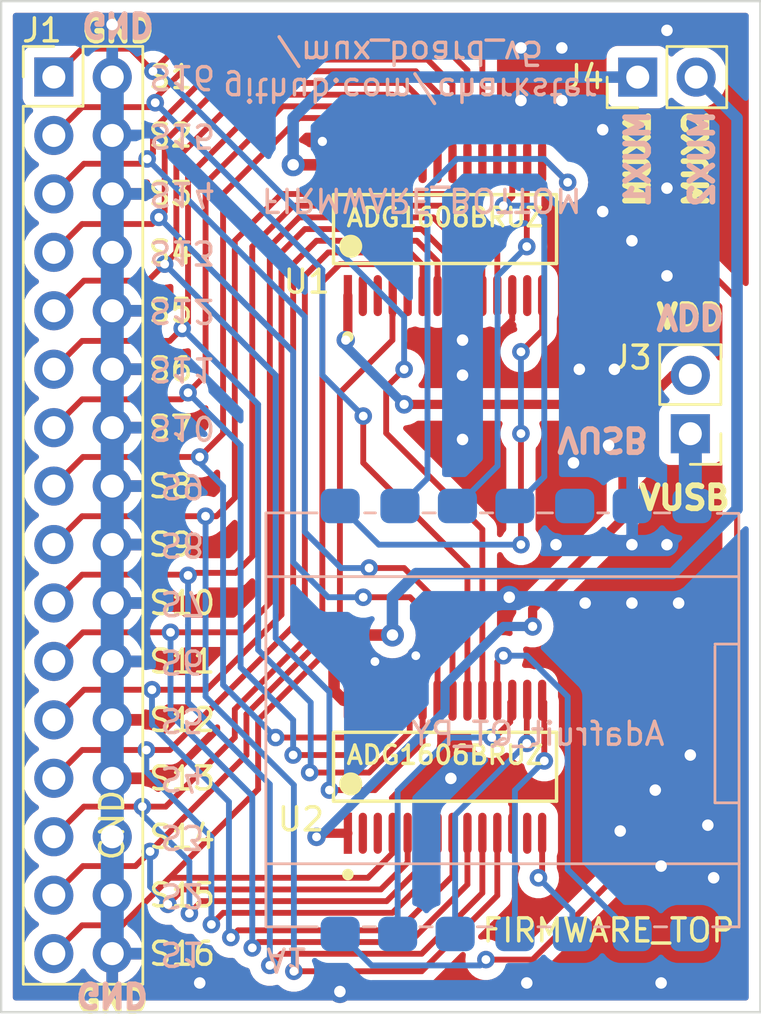
<source format=kicad_pcb>
(kicad_pcb (version 20211014) (generator pcbnew)
  (title_block (title "Mux Board") (rev "v01") (comment 2 "creativecommons.org/licenses/by/4.0") (comment 3 "License: CC BY 4.0") (comment 4 "Author: Chark Stanford"))
  (layers (0 "F.Cu" signal) (31 "B.Cu" signal) (34 "B.Paste" user) (35 "F.Paste" user) (36 "B.SilkS" user "B.Silkscreen") (37 "F.SilkS" user "F.Silkscreen") (38 "B.Mask" user) (39 "F.Mask" user) (44 "Edge.Cuts" user))
  (net 0 "")
  (net 8 "GND")
  (net 9 "/VUSB")
  (net 10 "/VDD")
  (net 11 "/S9")
  (net 12 "/S8")
  (net 13 "/S7")
  (net 14 "/S6")
  (net 15 "/S5")
  (net 16 "/S4")
  (net 17 "/S3")
  (net 18 "/S2")
  (net 19 "/S16")
  (net 20 "/S15")
  (net 21 "/S14")
  (net 22 "/S13")
  (net 23 "/S12")
  (net 24 "/S11")
  (net 25 "/S10")
  (net 26 "/S1")
  (net 27 "/MUX2_SEL3")
  (net 28 "/MUX2_SEL2")
  (net 29 "/MUX2_SEL1")
  (net 30 "/MUX2_SEL0")
  (net 31 "/MUX2_OUT")
  (net 32 "/MUX2_EN")
  (net 33 "/MUX1_SEL3")
  (net 34 "/MUX1_SEL2")
  (net 35 "/MUX1_SEL1")
  (net 36 "/MUX1_SEL0")
  (net 37 "/MUX1_OUT")
  (net 38 "/MUX1_EN")
  (net 39 "+3V3")
  (footprint "mux_board_v2:PinHeader_1x02_P2.54mm_Vertical" (layer "F.Cu") (at 138.938 70.612 90)
    (fp_text reference "J4")
    (fp_text value "Conn_01x02_Male" hide)
  )
  (footprint "mux_board_v2:Analog_Devices-RU-28-0-0-IPC_A" (layer "F.Cu") (at 130.556 100.584 90)
    (fp_text reference "U2")
    (fp_text value "ADG1606BRUZ")
  )
  (footprint "mux_board_v2:Analog_Devices-RU-28-0-0-IPC_A" (layer "F.Cu") (at 130.556 77.216 90)
    (fp_text reference "U1")
    (fp_text value "ADG1606BRUZ")
  )
  (footprint "mux_board_v2:PinHeader_1x02_P2.54mm_Vertical" (layer "F.Cu") (at 141.224 86.111 180)
    (fp_text reference "J3")
    (fp_text value "Conn_01x02_Male" hide)
  )
  (footprint "Connector_PinHeader_2.54mm:PinHeader_2x16_P2.54mm_Vertical" (layer "F.Cu") (at 113.543 70.607)
    (fp_text reference "J1")
    (fp_text value "Conn_02x16_Odd_Even")
  )
  (footprint "mux_board_v4:Adafruit_QT_PY_SMT" (layer "B.Cu") (at 130.696 96.152 180)
    (fp_text reference "A1")
    (fp_text value "Adafruit_QT_PY")
  )
  (gr_line (start 144.272 67.31) (end 144.272 111.252) (layer "Edge.Cuts") (width 0.1))
  (gr_line (start 111.252 111.252) (end 111.252 67.31) (layer "Edge.Cuts") (width 0.1))
  (gr_line (start 144.272 111.252) (end 111.252 111.252) (layer "Edge.Cuts") (width 0.1))
  (gr_line (start 111.252 67.31) (end 144.272 67.31) (layer "Edge.Cuts") (width 0.1))
  (gr_text "S11\n" (at 119.126 83.312 180) (layer "B.SilkS") (effects (font (size 1 1)) (justify mirror)))
  (gr_text "S2\n" (at 119.126 106.172 180) (layer "B.SilkS") (effects (font (size 1 1)) (justify mirror)))
  (gr_text "S1\n" (at 119.126 108.712 180) (layer "B.SilkS") (effects (font (size 1 1)) (justify mirror)))
  (gr_text "VUSB" (at 137.414 86.36 180) (layer "B.SilkS") (effects (font (size 1 1) (thickness 0.25)) (justify mirror)))
  (gr_text "S14\n" (at 119.126 75.692 180) (layer "B.SilkS") (effects (font (size 1 1)) (justify mirror)))
  (gr_text "S15\n" (at 119.126 73.152 180) (layer "B.SilkS") (effects (font (size 1 1)) (justify mirror)))
  (gr_text "github.com/charkster\n/mux_board_v5" (at 129.032 70.358 -180) (layer "B.SilkS") (effects (font (size 1 1)) (justify mirror)))
  (gr_text "S9\n" (at 119.126 88.392 180) (layer "B.SilkS") (effects (font (size 1 1)) (justify mirror)))
  (gr_text "S3\n" (at 119.126 103.632 180) (layer "B.SilkS") (effects (font (size 1 1)) (justify mirror)))
  (gr_text "MUX1" (at 138.938 74.168 90) (layer "B.SilkS") (effects (font (size 1 1) (thickness 0.25)) (justify mirror)))
  (gr_text "GND" (at 116.078 110.49 180) (layer "B.SilkS") (effects (font (size 1 1) (thickness 0.25)) (justify mirror)))
  (gr_text "S10\n" (at 119.126 85.852 180) (layer "B.SilkS") (effects (font (size 1 1)) (justify mirror)))
  (gr_text "S4\n" (at 119.126 101.092 180) (layer "B.SilkS") (effects (font (size 1 1)) (justify mirror)))
  (gr_text "VDD" (at 141.224 81.026 180) (layer "B.SilkS") (effects (font (size 1 1) (thickness 0.25)) (justify mirror)))
  (gr_text "MUX2" (at 141.732 74.168 90) (layer "B.SilkS") (effects (font (size 1 1) (thickness 0.25)) (justify mirror)))
  (gr_text "S5\n" (at 119.126 98.552 180) (layer "B.SilkS") (effects (font (size 1 1)) (justify mirror)))
  (gr_text "FIRMWARE_BOTTOM" (at 129.54 75.946 180) (layer "B.SilkS") (effects (font (size 1 1)) (justify mirror)))
  (gr_text "S12\n" (at 119.126 80.772 180) (layer "B.SilkS") (effects (font (size 1 1)) (justify mirror)))
  (gr_text "S16\n" (at 119.126 70.612 180) (layer "B.SilkS") (effects (font (size 1 1)) (justify mirror)))
  (gr_text "GND" (at 116.332 68.326 180) (layer "B.SilkS") (effects (font (size 1 1) (thickness 0.25)) (justify mirror)))
  (gr_text "S13\n" (at 119.126 78.232 180) (layer "B.SilkS") (effects (font (size 1 1)) (justify mirror)))
  (gr_text "S8\n" (at 119.126 90.932 180) (layer "B.SilkS") (effects (font (size 1 1)) (justify mirror)))
  (gr_text "S7\n" (at 119.126 93.472 180) (layer "B.SilkS") (effects (font (size 1 1)) (justify mirror)))
  (gr_text "S6\n" (at 119.126 96.012 180) (layer "B.SilkS") (effects (font (size 1 1)) (justify mirror)))
  (gr_text "MUX2" (at 141.478 74.168 -270) (layer "F.SilkS") (effects (font (size 1 1) (thickness 0.25))))
  (gr_text "S5" (at 118.618 80.772) (layer "F.SilkS") (effects (font (size 1 1))))
  (gr_text "S1" (at 118.618 70.612) (layer "F.SilkS") (effects (font (size 1 1))))
  (gr_text "S4" (at 118.618 78.232) (layer "F.SilkS") (effects (font (size 1 1))))
  (gr_text "MUX1" (at 138.938 74.168 -270) (layer "F.SilkS") (effects (font (size 1 1) (thickness 0.25))))
  (gr_text "S7" (at 118.618 85.852) (layer "F.SilkS") (effects (font (size 1 1))))
  (gr_text "S16" (at 119.126 108.712) (layer "F.SilkS") (effects (font (size 1 1))))
  (gr_text "S14" (at 119.126 103.632) (layer "F.SilkS") (effects (font (size 1 1))))
  (gr_text "S13" (at 119.126 101.092) (layer "F.SilkS") (effects (font (size 1 1))))
  (gr_text "GND" (at 116.078 103.124 -270) (layer "F.SilkS") (effects (font (size 1 1))))
  (gr_text "S12" (at 119.126 98.552) (layer "F.SilkS") (effects (font (size 1 1))))
  (gr_text "S3" (at 118.618 75.692) (layer "F.SilkS") (effects (font (size 1 1))))
  (gr_text "S11" (at 119.126 96.012) (layer "F.SilkS") (effects (font (size 1 1))))
  (gr_text "VDD" (at 141.224 81.026) (layer "F.SilkS") (effects (font (size 1 1) (thickness 0.25))))
  (gr_text "S9" (at 118.618 90.932) (layer "F.SilkS") (effects (font (size 1 1))))
  (gr_text "S6" (at 118.618 83.312) (layer "F.SilkS") (effects (font (size 1 1))))
  (gr_text "S8" (at 118.618 88.392) (layer "F.SilkS") (effects (font (size 1 1))))
  (gr_text "VUSB" (at 140.97 88.9) (layer "F.SilkS") (effects (font (size 1 1) (thickness 0.25))))
  (gr_text "S2" (at 118.618 73.152) (layer "F.SilkS") (effects (font (size 1 1))))
  (gr_text "S15" (at 119.126 106.172) (layer "F.SilkS") (effects (font (size 1 1))))
  (gr_text "GND" (at 116.078 110.744) (layer "F.SilkS") (effects (font (size 1 1) (thickness 0.25))))
  (gr_text "FIRMWARE_TOP" (at 137.668 107.696) (layer "F.SilkS") (effects (font (size 1 1))))
  (gr_text "GND" (at 116.332 68.58) (layer "F.SilkS") (effects (font (size 1 1) (thickness 0.25))))
  (gr_text "S10" (at 119.126 93.472) (layer "F.SilkS") (effects (font (size 1 1))))
  (segment (start 136.398 101.6) (end 133.858 101.6) (width 0.254) (layer "F.Cu") (net 8))
  (segment (start 125.364895 73.027125) (end 126.875125 73.027125) (width 0.3) (layer "F.Cu") (net 8))
  (segment (start 126.981 96.539) (end 127.508 96.012) (width 0.254) (layer "F.Cu") (net 8))
  (segment (start 125.222 73.406) (end 125.222 73.17002) (width 0.254) (layer "F.Cu") (net 8))
  (segment (start 125.222 73.17002) (end 125.364895 73.027125) (width 0.3) (layer "F.Cu") (net 8))
  (segment (start 126.981 97.692785) (end 126.981 96.539) (width 0.254) (layer "F.Cu") (net 8))
  (segment (start 138.176 103.378) (end 136.398 101.6) (width 0.254) (layer "F.Cu") (net 8))
  (segment (start 126.981 73.133) (end 126.981 74.324785) (width 0.3) (layer "F.Cu") (net 8))
  (segment (start 131.318 83.566) (end 131.318 83.312) (width 0.254) (layer "F.Cu") (net 8))
  (segment (start 131.318 83.312) (end 133.481 81.149) (width 0.254) (layer "F.Cu") (net 8))
  (segment (start 133.858 101.6) (end 133.481 101.977) (width 0.254) (layer "F.Cu") (net 8))
  (segment (start 126.875125 73.027125) (end 126.981 73.133) (width 0.3) (layer "F.Cu") (net 8))
  (segment (start 133.481 81.149) (end 133.481 80.107214) (width 0.254) (layer "F.Cu") (net 8))
  (segment (start 133.481 101.977) (end 133.481 103.475214) (width 0.254) (layer "F.Cu") (net 8))
  (via (at 141.986 103.124) (size 1) (drill 0.5) (layers "F.Cu" "B.Cu") (net 8))
  (via (at 135.636 69.342) (size 1) (drill 0.5) (layers "F.Cu" "B.Cu") (net 8))
  (via (at 138.176 103.378) (size 1) (drill 0.5) (layers "F.Cu" "B.Cu") (net 8))
  (via (at 131.318 83.566) (size 1) (drill 0.5) (layers "F.Cu" "B.Cu") (net 8))
  (via (at 127.508 96.012) (size 0.762) (drill 0.381) (layers "F.Cu" "B.Cu") (net 8))
  (via (at 137.414 72.898) (size 1) (drill 0.5) (layers "F.Cu" "B.Cu") (net 8))
  (via (at 140.208 79.248) (size 1) (drill 0.5) (layers "F.Cu" "B.Cu") (net 8))
  (via (at 140.208 75.438) (size 1) (drill 0.5) (layers "F.Cu" "B.Cu") (net 8))
  (via (at 133.35 93.218) (size 1) (drill 0.5) (layers "F.Cu" "B.Cu") (net 8))
  (via (at 139.7 101.6) (size 1) (drill 0.5) (layers "F.Cu" "B.Cu") (net 8))
  (via (at 137.668 86.614) (size 1) (drill 0.5) (layers "F.Cu" "B.Cu") (net 8))
  (via (at 140.208 68.58) (size 1) (drill 0.5) (layers "F.Cu" "B.Cu") (net 8))
  (via (at 131.318 82.042) (size 1) (drill 0.5) (layers "F.Cu" "B.Cu") (net 8))
  (via (at 137.414 76.454) (size 1) (drill 0.5) (layers "F.Cu" "B.Cu") (net 8))
  (via (at 141.224 100.076) (size 1) (drill 0.5) (layers "F.Cu" "B.Cu") (net 8))
  (via (at 138.684 90.932) (size 1) (drill 0.5) (layers "F.Cu" "B.Cu") (net 8))
  (via (at 138.684 77.724) (size 1) (drill 0.5) (layers "F.Cu" "B.Cu") (net 8))
  (via (at 131.318 86.36) (size 1) (drill 0.5) (layers "F.Cu" "B.Cu") (net 8))
  (via (at 142.24 105.41) (size 1) (drill 0.5) (layers "F.Cu" "B.Cu") (net 8))
  (via (at 125.984 110.354) (size 1) (drill 0.5) (layers "F.Cu" "B.Cu") (net 8))
  (via (at 138.684 93.472) (size 1) (drill 0.5) (layers "F.Cu" "B.Cu") (net 8))
  (via (at 130.81 101.092) (size 1) (drill 0.5) (layers "F.Cu" "B.Cu") (net 8))
  (via (at 136.652 93.472) (size 1) (drill 0.5) (layers "F.Cu" "B.Cu") (net 8))
  (via (at 136.144 87.376) (size 1) (drill 0.5) (layers "F.Cu" "B.Cu") (net 8))
  (via (at 139.954 109.982) (size 1) (drill 0.5) (layers "F.Cu" "B.Cu") (net 8))
  (via (at 119.888 109.982) (size 1) (drill 0.5) (layers "F.Cu" "B.Cu") (net 8))
  (via (at 136.398 83.312) (size 1) (drill 0.5) (layers "F.Cu" "B.Cu") (net 8))
  (via (at 135.636 71.628) (size 1) (drill 0.5) (layers "F.Cu" "B.Cu") (net 8))
  (via (at 135.382 90.932) (size 1) (drill 0.5) (layers "F.Cu" "B.Cu") (net 8))
  (via (at 140.208 90.932) (size 1) (drill 0.5) (layers "F.Cu" "B.Cu") (net 8))
  (via (at 133.858 71.628) (size 1) (drill 0.5) (layers "F.Cu" "B.Cu") (net 8))
  (via (at 133.858 69.342) (size 1) (drill 0.5) (layers "F.Cu" "B.Cu") (net 8))
  (via (at 139.954 104.902) (size 1) (drill 0.5) (layers "F.Cu" "B.Cu") (net 8))
  (via (at 116.078 68.326) (size 1) (drill 0.5) (layers "F.Cu" "B.Cu") (net 8))
  (via (at 134.112 109.982) (size 1) (drill 0.5) (layers "F.Cu" "B.Cu") (net 8))
  (via (at 140.716 93.472) (size 1) (drill 0.5) (layers "F.Cu" "B.Cu") (net 8))
  (via (at 129.286 95.758) (size 0.762) (drill 0.381) (layers "F.Cu" "B.Cu") (net 8))
  (via (at 137.922 83.312) (size 1) (drill 0.5) (layers "F.Cu" "B.Cu") (net 8))
  (via (at 125.222 73.406) (size 0.8) (drill 0.4) (layers "F.Cu" "B.Cu") (net 8))
  (segment (start 116.083 73.147) (end 116.083 75.687) (width 1) (layer "B.Cu") (net 8))
  (segment (start 116.083 98.547) (end 116.083 101.087) (width 1) (layer "B.Cu") (net 8))
  (segment (start 116.083 106.167) (end 116.083 108.707) (width 1) (layer "B.Cu") (net 8))
  (segment (start 116.083 85.847) (end 116.083 88.387) (width 1) (layer "B.Cu") (net 8))
  (segment (start 116.083 101.087) (end 116.083 103.627) (width 1) (layer "B.Cu") (net 8))
  (segment (start 116.083 90.927) (end 116.083 93.467) (width 1) (layer "B.Cu") (net 8))
  (segment (start 116.083 70.607) (end 116.083 73.147) (width 1) (layer "B.Cu") (net 8))
  (segment (start 116.083 78.227) (end 116.083 80.767) (width 1) (layer "B.Cu") (net 8))
  (segment (start 116.083 80.767) (end 116.083 83.307) (width 1) (layer "B.Cu") (net 8))
  (segment (start 116.083 96.007) (end 116.083 98.547) (width 1) (layer "B.Cu") (net 8))
  (segment (start 116.083 75.687) (end 116.083 78.227) (width 1) (layer "B.Cu") (net 8))
  (segment (start 116.083 88.387) (end 116.083 90.927) (width 1) (layer "B.Cu") (net 8))
  (segment (start 116.083 103.627) (end 116.083 106.167) (width 1) (layer "B.Cu") (net 8))
  (segment (start 116.083 93.467) (end 116.083 96.007) (width 1) (layer "B.Cu") (net 8))
  (segment (start 116.083 83.307) (end 116.083 85.847) (width 1) (layer "B.Cu") (net 8))
  (segment (start 141.224 89.18) (end 141.224 86.111) (width 1) (layer "B.Cu") (net 9))
  (segment (start 141.296 89.252) (end 141.224 89.18) (width 0.254) (layer "B.Cu") (net 9))
  (segment (start 134.366 94.488) (end 134.366 93.726) (width 0.4) (layer "F.Cu") (net 10))
  (segment (start 140.457 83.571) (end 141.224 83.571) (width 0.4) (layer "F.Cu") (net 10))
  (segment (start 125.124786 103.475214) (end 126.331 103.475214) (width 0.4) (layer "F.Cu") (net 10))
  (segment (start 138.294511 88.019489) (end 139.192 87.122) (width 0.4) (layer "F.Cu") (net 10))
  (segment (start 126.238 82.042) (end 126.331 81.949) (width 0.4) (layer "F.Cu") (net 10))
  (segment (start 138.294511 89.797489) (end 138.294511 88.019489) (width 0.4) (layer "F.Cu") (net 10))
  (segment (start 134.366 93.726) (end 138.294511 89.797489) (width 0.4) (layer "F.Cu") (net 10))
  (segment (start 139.192 84.836) (end 140.457 83.571) (width 0.4) (layer "F.Cu") (net 10))
  (segment (start 128.778 84.836) (end 139.192 84.836) (width 0.4) (layer "F.Cu") (net 10))
  (segment (start 126.331 81.949) (end 126.331 80.107214) (width 0.4) (layer "F.Cu") (net 10))
  (segment (start 124.968 103.632) (end 125.124786 103.475214) (width 0.4) (layer "F.Cu") (net 10))
  (segment (start 139.192 87.122) (end 139.192 84.836) (width 0.4) (layer "F.Cu") (net 10))
  (via (at 128.778 84.836) (size 0.8) (drill 0.4) (layers "F.Cu" "B.Cu") (net 10))
  (via (at 124.968 103.632) (size 0.8) (drill 0.381) (layers "F.Cu" "B.Cu") (net 10))
  (via (at 134.366 94.488) (size 0.8) (drill 0.4) (layers "F.Cu" "B.Cu") (net 10))
  (via (at 126.238 82.042) (size 0.8) (drill 0.4) (layers "F.Cu" "B.Cu") (net 10))
  (segment (start 134.366 94.488) (end 133.096 94.488) (width 0.4) (layer "B.Cu") (net 10))
  (segment (start 128.778 84.836) (end 126.238 82.296) (width 0.4) (layer "B.Cu") (net 10))
  (segment (start 130.556 98.171) (end 125.095 103.632) (width 0.4) (layer "B.Cu") (net 10))
  (segment (start 133.096 94.488) (end 130.556 97.028) (width 0.4) (layer "B.Cu") (net 10))
  (segment (start 130.556 97.028) (end 130.556 98.171) (width 0.4) (layer "B.Cu") (net 10))
  (segment (start 125.095 103.632) (end 124.968 103.632) (width 0.4) (layer "B.Cu") (net 10))
  (segment (start 126.238 82.296) (end 126.238 82.042) (width 0.4) (layer "B.Cu") (net 10))
  (segment (start 120.615511 89.696489) (end 121.412 88.9) (width 0.254) (layer "F.Cu") (net 11))
  (segment (start 114.773511 89.696489) (end 113.543 90.927) (width 0.254) (layer "F.Cu") (net 11))
  (segment (start 132.831 77.459) (end 132.831 80.107214) (width 0.254) (layer "F.Cu") (net 11))
  (segment (start 131.064 75.692) (end 132.831 77.459) (width 0.254) (layer "F.Cu") (net 11))
  (segment (start 132.831 106.183) (end 132.831 103.475214) (width 0.254) (layer "F.Cu") (net 11))
  (segment (start 120.142 89.696489) (end 114.773511 89.696489) (width 0.254) (layer "F.Cu") (net 11))
  (segment (start 121.412 77.724) (end 123.444 75.692) (width 0.254) (layer "F.Cu") (net 11))
  (segment (start 121.412 88.9) (end 121.412 77.724) (width 0.254) (layer "F.Cu") (net 11))
  (segment (start 129.5405 109.4735) (end 132.831 106.183) (width 0.254) (layer "F.Cu") (net 11))
  (segment (start 120.142 89.696489) (end 120.615511 89.696489) (width 0.254) (layer "F.Cu") (net 11))
  (segment (start 123.444 75.692) (end 131.064 75.692) (width 0.254) (layer "F.Cu") (net 11))
  (segment (start 123.982545 109.4735) (end 129.5405 109.4735) (width 0.254) (layer "F.Cu") (net 11))
  (via (at 123.982545 109.4735) (size 0.762) (drill 0.381) (layers "F.Cu" "B.Cu") (net 11))
  (via (at 120.142 89.696489) (size 0.762) (drill 0.381) (layers "F.Cu" "B.Cu") (net 11))
  (segment (start 123.982545 109.4735) (end 123.981756 109.472711) (width 0.254) (layer "B.Cu") (net 11))
  (segment (start 123.981756 109.472711) (end 123.981756 101.375756) (width 0.254) (layer "B.Cu") (net 11))
  (segment (start 123.981756 101.375756) (end 120.142 97.536) (width 0.254) (layer "B.Cu") (net 11))
  (segment (start 120.142 97.536) (end 120.142 89.696489) (width 0.254) (layer "B.Cu") (net 11))
  (segment (start 127.631 72.744871) (end 127.631 74.324785) (width 0.254) (layer "F.Cu") (net 12))
  (segment (start 120.904 75.692) (end 124.20648 72.38952) (width 0.254) (layer "F.Cu") (net 12))
  (segment (start 127.275649 72.38952) (end 127.631 72.744871) (width 0.254) (layer "F.Cu") (net 12))
  (segment (start 127.631 98.549622) (end 127.631 97.692785) (width 0.254) (layer "F.Cu") (net 12))
  (segment (start 124.20648 72.38952) (end 127.275649 72.38952) (width 0.254) (layer "F.Cu") (net 12))
  (segment (start 119.888 87.122) (end 114.808 87.122) (width 0.254) (layer "F.Cu") (net 12))
  (segment (start 126.866622 99.314) (end 127.631 98.549622) (width 0.254) (layer "F.Cu") (net 12))
  (segment (start 120.904 86.106) (end 120.904 75.692) (width 0.254) (layer "F.Cu") (net 12))
  (segment (start 114.808 87.122) (end 113.543 88.387) (width 0.254) (layer "F.Cu") (net 12))
  (segment (start 123.19 99.314) (end 126.866622 99.314) (width 0.254) (layer "F.Cu") (net 12))
  (segment (start 119.888 87.122) (end 120.904 86.106) (width 0.254) (layer "F.Cu") (net 12))
  (via (at 123.19 99.314) (size 0.762) (drill 0.381) (layers "F.Cu" "B.Cu") (net 12))
  (via (at 119.888 87.122) (size 0.762) (drill 0.381) (layers "F.Cu" "B.Cu") (net 12))
  (segment (start 119.888 87.376) (end 119.888 87.122) (width 0.254) (layer "B.Cu") (net 12))
  (segment (start 120.904 88.392) (end 119.888 87.376) (width 0.254) (layer "B.Cu") (net 12))
  (segment (start 123.19 99.314) (end 120.904 97.028) (width 0.254) (layer "B.Cu") (net 12))
  (segment (start 120.904 97.028) (end 120.904 88.392) (width 0.254) (layer "B.Cu") (net 12))
  (segment (start 114.773511 84.616489) (end 119.091511 84.616489) (width 0.254) (layer "F.Cu") (net 13))
  (segment (start 128.281 72.401) (end 128.281 74.324785) (width 0.254) (layer "F.Cu") (net 13))
  (segment (start 128.27 98.806) (end 127.0005 100.0755) (width 0.254) (layer "F.Cu") (net 13))
  (segment (start 127.762 71.882) (end 128.281 72.401) (width 0.254) (layer "F.Cu") (net 13))
  (segment (start 119.38 84.328) (end 120.142 83.566) (width 0.254) (layer "F.Cu") (net 13))
  (segment (start 128.27 98.560622) (end 128.27 98.806) (width 0.254) (layer "F.Cu") (net 13))
  (segment (start 128.281 97.692785) (end 128.281 98.549622) (width 0.254) (layer "F.Cu") (net 13))
  (segment (start 120.142 83.566) (end 120.142 75.228259) (width 0.254) (layer "F.Cu") (net 13))
  (segment (start 123.488259 71.882) (end 127.762 71.882) (width 0.254) (layer "F.Cu") (net 13))
  (segment (start 113.543 85.847) (end 114.773511 84.616489) (width 0.254) (layer "F.Cu") (net 13))
  (segment (start 128.281 98.549622) (end 128.27 98.560622) (width 0.254) (layer "F.Cu") (net 13))
  (segment (start 119.091511 84.616489) (end 119.38 84.328) (width 0.254) (layer "F.Cu") (net 13))
  (segment (start 127.0005 100.0755) (end 123.952 100.0755) (width 0.254) (layer "F.Cu") (net 13))
  (segment (start 120.142 75.228259) (end 123.488259 71.882) (width 0.254) (layer "F.Cu") (net 13))
  (via (at 123.952 100.0755) (size 0.762) (drill 0.381) (layers "F.Cu" "B.Cu") (net 13))
  (via (at 119.38 84.328) (size 0.762) (drill 0.381) (layers "F.Cu" "B.Cu") (net 13))
  (segment (start 121.666 86.614) (end 119.38 84.328) (width 0.254) (layer "B.Cu") (net 13))
  (segment (start 123.952 98.552) (end 121.666 96.266) (width 0.254) (layer "B.Cu") (net 13))
  (segment (start 123.952 100.0755) (end 123.952 98.552) (width 0.254) (layer "B.Cu") (net 13))
  (segment (start 121.666 96.266) (end 121.666 86.614) (width 0.254) (layer "B.Cu") (net 13))
  (segment (start 113.543 83.307) (end 114.773511 82.076489) (width 0.254) (layer "F.Cu") (net 14))
  (segment (start 128.931 72.035) (end 128.931 74.324785) (width 0.254) (layer "F.Cu") (net 14))
  (segment (start 119.38 74.93) (end 122.936 71.374) (width 0.254) (layer "F.Cu") (net 14))
  (segment (start 129.02048 97.77848) (end 129.02048 99.07152) (width 0.254) (layer "F.Cu") (net 14))
  (segment (start 119.126 81.534) (end 119.38 81.28) (width 0.254) (layer "F.Cu") (net 14))
  (segment (start 128.27 71.374) (end 128.931 72.035) (width 0.254) (layer "F.Cu") (net 14))
  (segment (start 127.255 100.837) (end 124.669735 100.837) (width 0.254) (layer "F.Cu") (net 14))
  (segment (start 118.583511 82.076489) (end 119.126 81.534) (width 0.254) (layer "F.Cu") (net 14))
  (segment (start 114.773511 82.076489) (end 118.583511 82.076489) (width 0.254) (layer "F.Cu") (net 14))
  (segment (start 128.931 97.692785) (end 128.934785 97.692785) (width 0.254) (layer "F.Cu") (net 14))
  (segment (start 128.934785 97.692785) (end 129.02048 97.77848) (width 0.254) (layer "F.Cu") (net 14))
  (segment (start 127.762 100.33) (end 127.255 100.837) (width 0.254) (layer "F.Cu") (net 14))
  (segment (start 129.02048 99.07152) (end 127.762 100.33) (width 0.254) (layer "F.Cu") (net 14))
  (segment (start 122.936 71.374) (end 128.27 71.374) (width 0.254) (layer "F.Cu") (net 14))
  (segment (start 119.38 81.28) (end 119.38 74.93) (width 0.254) (layer "F.Cu") (net 14))
  (via (at 119.126 81.534) (size 0.762) (drill 0.381) (layers "F.Cu" "B.Cu") (net 14))
  (via (at 124.669735 100.837) (size 0.762) (drill 0.381) (layers "F.Cu" "B.Cu") (net 14))
  (segment (start 124.669735 100.837) (end 124.713511 100.793224) (width 0.254) (layer "B.Cu") (net 14))
  (segment (start 124.713511 100.793224) (end 124.713511 97.789511) (width 0.254) (layer "B.Cu") (net 14))
  (segment (start 122.428 84.836) (end 119.126 81.534) (width 0.254) (layer "B.Cu") (net 14))
  (segment (start 124.713511 97.789511) (end 122.428 95.504) (width 0.254) (layer "B.Cu") (net 14))
  (segment (start 122.428 95.504) (end 122.428 84.836) (width 0.254) (layer "B.Cu") (net 14))
  (segment (start 129.286 99.822) (end 127.5095 101.5985) (width 0.254) (layer "F.Cu") (net 15))
  (segment (start 118.364 78.74) (end 118.872 78.232) (width 0.254) (layer "F.Cu") (net 15))
  (segment (start 129.581 71.669) (end 129.581 74.324785) (width 0.254) (layer "F.Cu") (net 15))
  (segment (start 117.646489 79.457511) (end 118.364 78.74) (width 0.254) (layer "F.Cu") (net 15))
  (segment (start 118.872 74.168) (end 122.174 70.866) (width 0.254) (layer "F.Cu") (net 15))
  (segment (start 129.581 99.527) (end 129.286 99.822) (width 0.254) (layer "F.Cu") (net 15))
  (segment (start 113.543 80.767) (end 114.852489 79.457511) (width 0.254) (layer "F.Cu") (net 15))
  (segment (start 129.581 97.692785) (end 129.581 99.527) (width 0.254) (layer "F.Cu") (net 15))
  (segment (start 128.778 70.866) (end 129.581 71.669) (width 0.254) (layer "F.Cu") (net 15))
  (segment (start 118.872 78.232) (end 118.872 74.168) (width 0.254) (layer "F.Cu") (net 15))
  (segment (start 122.174 70.866) (end 128.778 70.866) (width 0.254) (layer "F.Cu") (net 15))
  (segment (start 127.5095 101.5985) (end 125.528437 101.5985) (width 0.254) (layer "F.Cu") (net 15))
  (segment (start 114.852489 79.457511) (end 117.646489 79.457511) (width 0.254) (layer "F.Cu") (net 15))
  (via (at 125.528437 101.5985) (size 0.762) (drill 0.381) (layers "F.Cu" "B.Cu") (net 15))
  (via (at 118.364 78.74) (size 0.762) (drill 0.381) (layers "F.Cu" "B.Cu") (net 15))
  (segment (start 125.528437 101.5985) (end 125.528437 97.334437) (width 0.254) (layer "B.Cu") (net 15))
  (segment (start 123.19 94.996) (end 123.19 83.566) (width 0.254) (layer "B.Cu") (net 15))
  (segment (start 125.528437 97.334437) (end 123.19 94.996) (width 0.254) (layer "B.Cu") (net 15))
  (segment (start 123.19 83.566) (end 118.364 78.74) (width 0.254) (layer "B.Cu") (net 15))
  (segment (start 127 93.218) (end 129.032 93.218) (width 0.254) (layer "F.Cu") (net 16))
  (segment (start 130.231 71.303) (end 130.231 74.324785) (width 0.254) (layer "F.Cu") (net 16))
  (segment (start 130.231 94.417) (end 130.231 97.692785) (width 0.254) (layer "F.Cu") (net 16))
  (segment (start 129.286 70.358) (end 130.231 71.303) (width 0.254) (layer "F.Cu") (net 16))
  (segment (start 113.543 78.227) (end 114.773511 76.996489) (width 0.254) (layer "F.Cu") (net 16))
  (segment (start 118.364 73.406) (end 121.412 70.358) (width 0.254) (layer "F.Cu") (net 16))
  (segment (start 118.364 76.454) (end 118.364 73.406) (width 0.254) (layer "F.Cu") (net 16))
  (segment (start 117.821511 76.996489) (end 118.364 76.454) (width 0.254) (layer "F.Cu") (net 16))
  (segment (start 121.412 70.358) (end 129.286 70.358) (width 0.254) (layer "F.Cu") (net 16))
  (segment (start 129.032 93.218) (end 130.231 94.417) (width 0.254) (layer "F.Cu") (net 16))
  (segment (start 114.773511 76.996489) (end 117.821511 76.996489) (width 0.254) (layer "F.Cu") (net 16))
  (via (at 127 93.218) (size 0.762) (drill 0.381) (layers "F.Cu" "B.Cu") (net 16))
  (via (at 118.1105 76.708) (size 0.762) (drill 0.381) (layers "F.Cu" "B.Cu") (net 16))
  (segment (start 123.95248 82.54998) (end 118.1105 76.708) (width 0.254) (layer "B.Cu") (net 16))
  (segment (start 127 93.218) (end 125.476 93.218) (width 0.254) (layer "B.Cu") (net 16))
  (segment (start 123.95248 91.69448) (end 123.95248 82.54998) (width 0.254) (layer "B.Cu") (net 16))
  (segment (start 125.476 93.218) (end 123.95248 91.69448) (width 0.254) (layer "B.Cu") (net 16))
  (segment (start 128.778 91.948) (end 130.881 94.051) (width 0.254) (layer "F.Cu") (net 17))
  (segment (start 117.85648 72.89752) (end 120.904 69.85) (width 0.254) (layer "F.Cu") (net 17))
  (segment (start 117.602 74.168) (end 117.85648 73.91352) (width 0.254) (layer "F.Cu") (net 17))
  (segment (start 113.543 75.687) (end 114.852489 74.377511) (width 0.254) (layer "F.Cu") (net 17))
  (segment (start 127.254 91.948) (end 128.778 91.948) (width 0.254) (layer "F.Cu") (net 17))
  (segment (start 130.881 70.937) (end 130.881 74.324785) (width 0.254) (layer "F.Cu") (net 17))
  (segment (start 130.881 94.051) (end 130.881 97.692785) (width 0.254) (layer "F.Cu") (net 17))
  (segment (start 129.794 69.85) (end 130.881 70.937) (width 0.254) (layer "F.Cu") (net 17))
  (segment (start 117.392489 74.377511) (end 117.602 74.168) (width 0.254) (layer "F.Cu") (net 17))
  (segment (start 120.904 69.85) (end 129.794 69.85) (width 0.254) (layer "F.Cu") (net 17))
  (segment (start 117.85648 73.91352) (end 117.85648 72.89752) (width 0.254) (layer "F.Cu") (net 17))
  (segment (start 114.852489 74.377511) (end 117.392489 74.377511) (width 0.254) (layer "F.Cu") (net 17))
  (via (at 117.602 74.168) (size 0.762) (drill 0.381) (layers "F.Cu" "B.Cu") (net 17))
  (via (at 127.254 91.948) (size 0.762) (drill 0.381) (layers "F.Cu" "B.Cu") (net 17))
  (segment (start 127.254 91.948) (end 126.030596 91.948) (width 0.254) (layer "B.Cu") (net 17))
  (segment (start 124.46 90.377404) (end 124.46 81.026) (width 0.254) (layer "B.Cu") (net 17))
  (segment (start 124.46 81.026) (end 117.602 74.168) (width 0.254) (layer "B.Cu") (net 17))
  (segment (start 126.030596 91.948) (end 124.46 90.377404) (width 0.254) (layer "B.Cu") (net 17))
  (segment (start 131.531 70.317) (end 131.531 74.324785) (width 0.254) (layer "F.Cu") (net 18))
  (segment (start 117.952538 71.724538) (end 117.952538 71.531462) (width 0.254) (layer "F.Cu") (net 18))
  (segment (start 120.142 69.342) (end 130.556 69.342) (width 0.254) (layer "F.Cu") (net 18))
  (segment (start 130.556 69.342) (end 131.531 70.317) (width 0.254) (layer "F.Cu") (net 18))
  (segment (start 117.952538 71.531462) (end 120.142 69.342) (width 0.254) (layer "F.Cu") (net 18))
  (segment (start 127 87.376) (end 131.531 91.907) (width 0.254) (layer "F.Cu") (net 18))
  (segment (start 127 85.344) (end 127 87.376) (width 0.254) (layer "F.Cu") (net 18))
  (segment (start 131.531 91.907) (end 131.531 97.692785) (width 0.254) (layer "F.Cu") (net 18))
  (segment (start 114.773511 71.916489) (end 113.543 73.147) (width 0.254) (layer "F.Cu") (net 18))
  (segment (start 117.760587 71.916489) (end 114.773511 71.916489) (width 0.254) (layer "F.Cu") (net 18))
  (segment (start 117.952538 71.724538) (end 117.760587 71.916489) (width 0.254) (layer "F.Cu") (net 18))
  (via (at 127 85.344) (size 0.762) (drill 0.381) (layers "F.Cu" "B.Cu") (net 18))
  (via (at 117.952538 71.724538) (size 0.762) (drill 0.381) (layers "F.Cu" "B.Cu") (net 18))
  (segment (start 127 85.344) (end 125.222 83.566) (width 0.254) (layer "B.Cu") (net 18))
  (segment (start 125.222 78.994) (end 117.952538 71.724538) (width 0.254) (layer "B.Cu") (net 18))
  (segment (start 125.222 83.566) (end 125.222 78.994) (width 0.254) (layer "B.Cu") (net 18))
  (segment (start 116.513717 107.476489) (end 116.297511 107.476489) (width 0.254) (layer "F.Cu") (net 19))
  (segment (start 114.773511 107.476489) (end 113.543 108.707) (width 0.254) (layer "F.Cu") (net 19))
  (segment (start 116.297511 107.476489) (end 114.773511 107.476489) (width 0.254) (layer "F.Cu") (net 19))
  (segment (start 128.281 104.332051) (end 127.203051 105.41) (width 0.254) (layer "F.Cu") (net 19))
  (segment (start 122.428 98.552) (end 122.428 101.562206) (width 0.254) (layer "F.Cu") (net 19))
  (segment (start 128.281 80.107214) (end 128.281 80.964051) (width 0.254) (layer "F.Cu") (net 19))
  (segment (start 125.984489 84.327511) (end 125.984489 94.995511) (width 0.254) (layer "F.Cu") (net 19))
  (segment (start 128.27 80.975051) (end 128.27 82.042) (width 0.254) (layer "F.Cu") (net 19))
  (segment (start 122.428 101.562206) (end 116.513717 107.476489) (width 0.254) (layer "F.Cu") (net 19))
  (segment (start 128.27 82.042) (end 125.984489 84.327511) (width 0.254) (layer "F.Cu") (net 19))
  (segment (start 127.203051 105.41) (end 118.580206 105.41) (width 0.254) (layer "F.Cu") (net 19))
  (segment (start 128.281 80.964051) (end 128.27 80.975051) (width 0.254) (layer "F.Cu") (net 19))
  (segment (start 128.281 103.475214) (end 128.281 104.332051) (width 0.254) (layer "F.Cu") (net 19))
  (segment (start 118.580206 105.41) (end 116.513717 107.476489) (width 0.254) (layer "F.Cu") (net 19))
  (segment (start 125.984489 94.995511) (end 122.428 98.552) (width 0.254) (layer "F.Cu") (net 19))
  (segment (start 128.931 80.107214) (end 128.931 78.893) (width 0.254) (layer "F.Cu") (net 20))
  (segment (start 125.222 79.502) (end 125.222 94.996) (width 0.254) (layer "F.Cu") (net 20))
  (segment (start 125.984 78.74) (end 125.222 79.502) (width 0.254) (layer "F.Cu") (net 20))
  (segment (start 117.729 104.267) (end 117.094 104.902) (width 0.254) (layer "F.Cu") (net 20))
  (segment (start 128.931 104.749) (end 128.931 103.475214) (width 0.254) (layer "F.Cu") (net 20))
  (segment (start 125.222 94.996) (end 121.92 98.298) (width 0.254) (layer "F.Cu") (net 20))
  (segment (start 128.778 78.74) (end 125.984 78.74) (width 0.254) (layer "F.Cu") (net 20))
  (segment (start 114.808 104.902) (end 113.543 106.167) (width 0.254) (layer "F.Cu") (net 20))
  (segment (start 121.92 100.076) (end 117.729 104.267) (width 0.254) (layer "F.Cu") (net 20))
  (segment (start 119.14913 105.918) (end 127.762 105.918) (width 0.254) (layer "F.Cu") (net 20))
  (segment (start 121.92 98.298) (end 121.92 100.076) (width 0.254) (layer "F.Cu") (net 20))
  (segment (start 127.762 105.918) (end 128.931 104.749) (width 0.254) (layer "F.Cu") (net 20))
  (segment (start 118.502565 106.564565) (end 119.14913 105.918) (width 0.254) (layer "F.Cu") (net 20))
  (segment (start 117.094 104.902) (end 114.808 104.902) (width 0.254) (layer "F.Cu") (net 20))
  (segment (start 128.931 78.893) (end 128.778 78.74) (width 0.254) (layer "F.Cu") (net 20))
  (via (at 117.729 104.267) (size 0.762) (drill 0.381) (layers "F.Cu" "B.Cu") (net 20))
  (via (at 118.502565 106.564565) (size 0.762) (drill 0.381) (layers "F.Cu" "B.Cu") (net 20))
  (segment (start 117.729 105.791) (end 117.729 104.267) (width 0.254) (layer "B.Cu") (net 20))
  (segment (start 118.502565 106.564565) (end 117.729 105.791) (width 0.254) (layer "B.Cu") (net 20))
  (segment (start 119.438493 106.958628) (end 119.971601 106.42552) (width 0.254) (layer "F.Cu") (net 21))
  (segment (start 121.41248 99.31352) (end 118.408489 102.317511) (width 0.254) (layer "F.Cu") (net 21))
  (segment (start 117.392489 102.317511) (end 114.852489 102.317511) (width 0.254) (layer "F.Cu") (net 21))
  (segment (start 129.03152 78.23152) (end 125.476 78.23152) (width 0.254) (layer "F.Cu") (net 21))
  (segment (start 114.852489 102.317511) (end 113.543 103.627) (width 0.254) (layer "F.Cu") (net 21))
  (segment (start 129.581 78.781) (end 129.03152 78.23152) (width 0.254) (layer "F.Cu") (net 21))
  (segment (start 124.46 79.24752) (end 124.46 95.040258) (width 0.254) (layer "F.Cu") (net 21))
  (segment (start 128.01648 106.42552) (end 129.581 104.861) (width 0.254) (layer "F.Cu") (net 21))
  (segment (start 118.408489 102.317511) (end 117.392489 102.317511) (width 0.254) (layer "F.Cu") (net 21))
  (segment (start 119.971601 106.42552) (end 128.01648 106.42552) (width 0.254) (layer "F.Cu") (net 21))
  (segment (start 124.46 95.040258) (end 121.41248 98.087779) (width 0.254) (layer "F.Cu") (net 21))
  (segment (start 121.41248 98.087779) (end 121.41248 99.31352) (width 0.254) (layer "F.Cu") (net 21))
  (segment (start 125.476 78.23152) (end 124.46 79.24752) (width 0.254) (layer "F.Cu") (net 21))
  (segment (start 129.581 80.107214) (end 129.581 78.781) (width 0.254) (layer "F.Cu") (net 21))
  (segment (start 129.581 104.861) (end 129.581 103.475214) (width 0.254) (layer "F.Cu") (net 21))
  (via (at 117.392489 102.317511) (size 0.762) (drill 0.381) (layers "F.Cu" "B.Cu") (net 21))
  (via (at 119.438493 106.958628) (size 0.762) (drill 0.381) (layers "F.Cu" "B.Cu") (net 21))
  (segment (start 119.438493 104.706493) (end 117.392489 102.660489) (width 0.254) (layer "B.Cu") (net 21))
  (segment (start 117.392489 102.660489) (end 117.392489 102.317511) (width 0.254) (layer "B.Cu") (net 21))
  (segment (start 119.438493 106.958628) (end 119.438493 104.706493) (width 0.254) (layer "B.Cu") (net 21))
  (segment (start 129.330258 77.724) (end 130.231 78.624742) (width 0.254) (layer "F.Cu") (net 22))
  (segment (start 120.396 107.442) (end 120.904 106.934) (width 0.254) (layer "F.Cu") (net 22))
  (segment (start 130.231 104.973) (end 130.231 103.475214) (width 0.254) (layer "F.Cu") (net 22))
  (segment (start 123.95152 89.91552) (end 123.95152 78.74048) (width 0.254) (layer "F.Cu") (net 22))
  (segment (start 118.583511 99.856489) (end 123.952 94.488) (width 0.254) (layer "F.Cu") (net 22))
  (segment (start 123.95152 78.74048) (end 124.968 77.724) (width 0.254) (layer "F.Cu") (net 22))
  (segment (start 123.952 94.488) (end 123.952 89.916) (width 0.254) (layer "F.Cu") (net 22))
  (segment (start 128.27 106.934) (end 130.231 104.973) (width 0.254) (layer "F.Cu") (net 22))
  (segment (start 123.952 89.916) (end 123.95152 89.91552) (width 0.254) (layer "F.Cu") (net 22))
  (segment (start 120.904 106.934) (end 128.27 106.934) (width 0.254) (layer "F.Cu") (net 22))
  (segment (start 113.543 101.087) (end 114.773511 99.856489) (width 0.254) (layer "F.Cu") (net 22))
  (segment (start 114.773511 99.856489) (end 117.567511 99.856489) (width 0.254) (layer "F.Cu") (net 22))
  (segment (start 130.231 78.624742) (end 130.231 80.107214) (width 0.254) (layer "F.Cu") (net 22))
  (segment (start 124.968 77.724) (end 129.330258 77.724) (width 0.254) (layer "F.Cu") (net 22))
  (segment (start 117.567511 99.856489) (end 118.583511 99.856489) (width 0.254) (layer "F.Cu") (net 22))
  (via (at 117.567511 99.856489) (size 0.762) (drill 0.381) (layers "F.Cu" "B.Cu") (net 22))
  (via (at 120.396 107.442) (size 0.762) (drill 0.381) (layers "F.Cu" "B.Cu") (net 22))
  (segment (start 117.567511 100.803511) (end 117.567511 99.856489) (width 0.254) (layer "B.Cu") (net 22))
  (segment (start 120.396 103.632) (end 117.567511 100.803511) (width 0.254) (layer "B.Cu") (net 22))
  (segment (start 120.396 107.442) (end 120.396 103.632) (width 0.254) (layer "B.Cu") (net 22))
  (segment (start 120.186489 97.237511) (end 123.444 93.98) (width 0.254) (layer "F.Cu") (net 23))
  (segment (start 130.881 78.557) (end 130.881 80.107214) (width 0.254) (layer "F.Cu") (net 23))
  (segment (start 124.46 77.216) (end 129.54 77.216) (width 0.254) (layer "F.Cu") (net 23))
  (segment (start 121.240949 108.005299) (end 121.550748 107.6955) (width 0.254) (layer "F.Cu") (net 23))
  (segment (start 123.444 78.232) (end 124.46 77.216) (width 0.254) (layer "F.Cu") (net 23))
  (segment (start 113.543 98.547) (end 114.852489 97.237511) (width 0.254) (layer "F.Cu") (net 23))
  (segment (start 129.54 77.216) (end 130.881 78.557) (width 0.254) (layer "F.Cu") (net 23))
  (segment (start 130.881 105.339) (end 130.881 103.475214) (width 0.254) (layer "F.Cu") (net 23))
  (segment (start 123.444 93.98) (end 123.444 78.232) (width 0.254) (layer "F.Cu") (net 23))
  (segment (start 128.5245 107.6955) (end 130.881 105.339) (width 0.254) (layer "F.Cu") (net 23))
  (segment (start 121.550748 107.6955) (end 128.5245 107.6955) (width 0.254) (layer "F.Cu") (net 23))
  (segment (start 117.811511 97.237511) (end 120.186489 97.237511) (width 0.254) (layer "F.Cu") (net 23))
  (segment (start 114.852489 97.237511) (end 117.811511 97.237511) (width 0.254) (layer "F.Cu") (net 23))
  (via (at 117.811511 97.237511) (size 0.762) (drill 0.381) (layers "F.Cu" "B.Cu") (net 23))
  (via (at 121.240949 108.005299) (size 0.762) (drill 0.381) (layers "F.Cu" "B.Cu") (net 23))
  (segment (start 117.811511 98.761511) (end 117.811511 97.237511) (width 0.254) (layer "B.Cu") (net 23))
  (segment (start 121.158 107.92235) (end 121.158 102.108) (width 0.254) (layer "B.Cu") (net 23))
  (segment (start 121.240949 108.005299) (end 121.158 107.92235) (width 0.254) (layer "B.Cu") (net 23))
  (segment (start 121.158 102.108) (end 117.811511 98.761511) (width 0.254) (layer "B.Cu") (net 23))
  (segment (start 124.206 76.708) (end 130.048 76.708) (width 0.254) (layer "F.Cu") (net 24))
  (segment (start 121.666 94.742) (end 122.936 93.472) (width 0.254) (layer "F.Cu") (net 24))
  (segment (start 130.048 76.708) (end 130.302 76.962) (width 0.254) (layer "F.Cu") (net 24))
  (segment (start 130.302 76.962) (end 131.531 78.191) (width 0.254) (layer "F.Cu") (net 24))
  (segment (start 122.174 108.457) (end 122.427 108.204) (width 0.254) (layer "F.Cu") (net 24))
  (segment (start 122.936 77.978) (end 124.206 76.708) (width 0.254) (layer "F.Cu") (net 24))
  (segment (start 122.936 93.472) (end 122.936 77.978) (width 0.254) (layer "F.Cu") (net 24))
  (segment (start 131.531 105.705) (end 131.531 103.475214) (width 0.254) (layer "F.Cu") (net 24))
  (segment (start 131.531 78.191) (end 131.531 80.107214) (width 0.254) (layer "F.Cu") (net 24))
  (segment (start 122.427 108.204) (end 129.032 108.204) (width 0.254) (layer "F.Cu") (net 24))
  (segment (start 129.032 108.204) (end 131.531 105.705) (width 0.254) (layer "F.Cu") (net 24))
  (segment (start 118.618 94.742) (end 121.666 94.742) (width 0.254) (layer "F.Cu") (net 24))
  (segment (start 114.808 94.742) (end 113.543 96.007) (width 0.254) (layer "F.Cu") (net 24))
  (segment (start 118.618 94.742) (end 114.808 94.742) (width 0.254) (layer "F.Cu") (net 24))
  (via (at 118.618 94.742) (size 0.762) (drill 0.381) (layers "F.Cu" "B.Cu") (net 24))
  (via (at 122.174 108.457) (size 0.762) (drill 0.381) (layers "F.Cu" "B.Cu") (net 24))
  (segment (start 118.618 94.742) (end 118.618 98.298) (width 0.254) (layer "B.Cu") (net 24))
  (segment (start 118.618 98.298) (end 122.174 101.854) (width 0.254) (layer "B.Cu") (net 24))
  (segment (start 122.174 101.854) (end 122.174 108.457) (width 0.254) (layer "B.Cu") (net 24))
  (segment (start 122.174 91.44) (end 122.174 77.978) (width 0.254) (layer "F.Cu") (net 25))
  (segment (start 130.556 76.2) (end 132.181 77.825) (width 0.254) (layer "F.Cu") (net 25))
  (segment (start 132.181 77.825) (end 132.181 80.107214) (width 0.254) (layer "F.Cu") (net 25))
  (segment (start 123.4425 108.712) (end 129.54 108.712) (width 0.254) (layer "F.Cu") (net 25))
  (segment (start 114.773511 92.236489) (end 113.543 93.467) (width 0.254) (layer "F.Cu") (net 25))
  (segment (start 119.3805 92.266951) (end 119.48994 92.157511) (width 0.254) (layer "F.Cu") (net 25))
  (segment (start 119.3805 92.266951) (end 119.350038 92.236489) (width 0.254) (layer "F.Cu") (net 25))
  (segment (start 119.48994 92.157511) (end 121.456489 92.157511) (width 0.254) (layer "F.Cu") (net 25))
  (segment (start 119.350038 92.236489) (end 114.773511 92.236489) (width 0.254) (layer "F.Cu") (net 25))
  (segment (start 122.936 109.2185) (end 123.4425 108.712) (width 0.254) (layer "F.Cu") (net 25))
  (segment (start 122.174 77.978) (end 123.952 76.2) (width 0.254) (layer "F.Cu") (net 25))
  (segment (start 132.181 106.071) (end 132.181 103.475214) (width 0.254) (layer "F.Cu") (net 25))
  (segment (start 129.54 108.712) (end 132.181 106.071) (width 0.254) (layer "F.Cu") (net 25))
  (segment (start 121.456489 92.157511) (end 122.174 91.44) (width 0.254) (layer "F.Cu") (net 25))
  (segment (start 123.952 76.2) (end 130.556 76.2) (width 0.254) (layer "F.Cu") (net 25))
  (via (at 122.936 109.2185) (size 0.762) (drill 0.381) (layers "F.Cu" "B.Cu") (net 25))
  (via (at 119.3805 92.266951) (size 0.762) (drill 0.381) (layers "F.Cu" "B.Cu") (net 25))
  (segment (start 122.936 101.346) (end 122.936 109.2185) (width 0.254) (layer "B.Cu") (net 25))
  (segment (start 119.379511 97.789511) (end 122.936 101.346) (width 0.254) (layer "B.Cu") (net 25))
  (segment (start 119.3805 92.266951) (end 119.3805 94.425582) (width 0.254) (layer "B.Cu") (net 25))
  (segment (start 119.3805 94.425582) (end 119.379511 94.426571) (width 0.254) (layer "B.Cu") (net 25))
  (segment (start 119.379511 94.426571) (end 119.379511 97.789511) (width 0.254) (layer "B.Cu") (net 25))
  (segment (start 127.997489 84.092511) (end 128.778 83.312) (width 0.254) (layer "F.Cu") (net 26))
  (segment (start 116.874489 69.376489) (end 114.773511 69.376489) (width 0.254) (layer "F.Cu") (net 26))
  (segment (start 114.773511 69.376489) (end 113.543 70.607) (width 0.254) (layer "F.Cu") (net 26))
  (segment (start 131.31848 68.83448) (end 132.181 69.697) (width 0.254) (layer "F.Cu") (net 26))
  (segment (start 119.37952 68.83448) (end 131.31848 68.83448) (width 0.254) (layer "F.Cu") (net 26))
  (segment (start 117.856 70.358) (end 116.874489 69.376489) (width 0.254) (layer "F.Cu") (net 26))
  (segment (start 132.181 97.692785) (end 132.181 90.271) (width 0.254) (layer "F.Cu") (net 26))
  (segment (start 132.181 90.271) (end 127.997489 86.087489) (width 0.254) (layer "F.Cu") (net 26))
  (segment (start 117.856 70.358) (end 119.37952 68.83448) (width 0.254) (layer "F.Cu") (net 26))
  (segment (start 132.181 69.697) (end 132.181 74.324785) (width 0.254) (layer "F.Cu") (net 26))
  (segment (start 127.997489 86.087489) (end 127.997489 84.092511) (width 0.254) (layer "F.Cu") (net 26))
  (via (at 128.778 83.312) (size 0.762) (drill 0.381) (layers "F.Cu" "B.Cu") (net 26))
  (via (at 117.856 70.358) (size 0.762) (drill 0.381) (layers "F.Cu" "B.Cu") (net 26))
  (segment (start 118.11 70.358) (end 128.778 81.026) (width 0.254) (layer "B.Cu") (net 26))
  (segment (start 128.778 81.026) (end 128.778 83.312) (width 0.254) (layer "B.Cu") (net 26))
  (segment (start 117.856 70.358) (end 118.11 70.358) (width 0.254) (layer "B.Cu") (net 26))
  (segment (start 134.62 105.41) (end 134.781 105.249) (width 0.254) (layer "F.Cu") (net 27))
  (segment (start 134.781 105.249) (end 134.781 103.475214) (width 0.254) (layer "F.Cu") (net 27))
  (via (at 134.62 105.41) (size 0.762) (drill 0.381) (layers "F.Cu" "B.Cu") (net 27))
  (segment (start 134.62 105.41) (end 136.096 106.886) (width 0.254) (layer "B.Cu") (net 27))
  (segment (start 136.096 106.886) (end 136.096 107.852) (width 0.254) (layer "B.Cu") (net 27))
  (segment (start 134.874 97.785785) (end 134.781 97.692785) (width 0.254) (layer "F.Cu") (net 28))
  (segment (start 134.874 100.33) (end 134.874 97.785785) (width 0.254) (layer "F.Cu") (net 28))
  (via (at 134.874 100.33) (size 0.762) (drill 0.381) (layers "F.Cu" "B.Cu") (net 28))
  (segment (start 133.596 107.852) (end 133.596 101.608) (width 0.254) (layer "B.Cu") (net 28))
  (segment (start 133.596 101.608) (end 134.874 100.33) (width 0.254) (layer "B.Cu") (net 28))
  (segment (start 134.112 99.568) (end 134.112 97.711785) (width 0.254) (layer "F.Cu") (net 29))
  (segment (start 134.112 97.711785) (end 134.131 97.692785) (width 0.254) (layer "F.Cu") (net 29))
  (via (at 134.112 99.568) (size 0.762) (drill 0.381) (layers "F.Cu" "B.Cu") (net 29))
  (segment (start 130.996 102.684) (end 134.112 99.568) (width 0.254) (layer "B.Cu") (net 29))
  (segment (start 130.996 107.852) (end 130.996 102.684) (width 0.254) (layer "B.Cu") (net 29))
  (segment (start 133.391521 98.639101) (end 133.391521 97.782264) (width 0.254) (layer "F.Cu") (net 30))
  (segment (start 132.716622 99.314) (end 133.391521 98.639101) (width 0.254) (layer "F.Cu") (net 30))
  (segment (start 133.391521 97.782264) (end 133.481 97.692785) (width 0.254) (layer "F.Cu") (net 30))
  (segment (start 132.588 99.314) (end 132.716622 99.314) (width 0.254) (layer "F.Cu") (net 30))
  (via (at 132.588 99.314) (size 0.762) (drill 0.381) (layers "F.Cu" "B.Cu") (net 30))
  (segment (start 130.81 99.314) (end 132.588 99.314) (width 0.254) (layer "B.Cu") (net 30))
  (segment (start 130.048 100.076) (end 130.81 99.314) (width 0.254) (layer "B.Cu") (net 30))
  (segment (start 128.496 107.852) (end 128.496 101.628) (width 0.254) (layer "B.Cu") (net 30))
  (segment (start 128.496 101.628) (end 130.048 100.076) (width 0.254) (layer "B.Cu") (net 30))
  (segment (start 125.73 96.266) (end 125.73 97.282) (width 0.5) (layer "F.Cu") (net 31))
  (segment (start 128.27 94.8605) (end 127.1355 94.8605) (width 0.5) (layer "F.Cu") (net 31))
  (segment (start 126.140785 97.692785) (end 126.29748 97.692785) (width 0.5) (layer "F.Cu") (net 31))
  (segment (start 125.73 97.282) (end 126.140785 97.692785) (width 0.5) (layer "F.Cu") (net 31))
  (segment (start 127.1355 94.8605) (end 125.73 96.266) (width 0.5) (layer "F.Cu") (net 31))
  (via (at 128.27 94.8605) (size 1) (drill 0.5) (layers "F.Cu" "B.Cu") (net 31))
  (segment (start 128.27 93.218) (end 129.298489 92.189511) (width 0.5) (layer "B.Cu") (net 31))
  (segment (start 143.256 72.39) (end 141.478 70.612) (width 0.5) (layer "B.Cu") (net 31))
  (segment (start 143.256 89.384414) (end 143.256 72.39) (width 0.5) (layer "B.Cu") (net 31))
  (segment (start 128.27 94.8605) (end 128.27 93.218) (width 0.5) (layer "B.Cu") (net 31))
  (segment (start 140.450903 92.189511) (end 143.256 89.384414) (width 0.5) (layer "B.Cu") (net 31))
  (segment (start 129.298489 92.189511) (end 140.450903 92.189511) (width 0.5) (layer "B.Cu") (net 31))
  (segment (start 133.096 95.758) (end 132.831 96.023) (width 0.254) (layer "F.Cu") (net 32))
  (segment (start 132.831 96.023) (end 132.831 97.692785) (width 0.254) (layer "F.Cu") (net 32))
  (via (at 133.096 95.758) (size 0.762) (drill 0.381) (layers "F.Cu" "B.Cu") (net 32))
  (segment (start 134.112 95.758) (end 135.89 97.536) (width 0.254) (layer "B.Cu") (net 32))
  (segment (start 135.89 105.046) (end 138.696 107.852) (width 0.254) (layer "B.Cu") (net 32))
  (segment (start 135.89 97.536) (end 135.89 105.046) (width 0.254) (layer "B.Cu") (net 32))
  (segment (start 133.096 95.758) (end 134.112 95.758) (width 0.254) (layer "B.Cu") (net 32))
  (segment (start 133.858 82.55) (end 134.781 81.627) (width 0.254) (layer "F.Cu") (net 33))
  (segment (start 133.858 90.932) (end 133.858 86.106) (width 0.254) (layer "F.Cu") (net 33))
  (segment (start 134.781 81.627) (end 134.781 80.107214) (width 0.254) (layer "F.Cu") (net 33))
  (via (at 133.858 82.55) (size 0.762) (drill 0.381) (layers "F.Cu" "B.Cu") (net 33))
  (via (at 133.858 86.106) (size 0.762) (drill 0.381) (layers "F.Cu" "B.Cu") (net 33))
  (via (at 133.858 90.932) (size 0.762) (drill 0.381) (layers "F.Cu" "B.Cu") (net 33))
  (segment (start 133.858 86.106) (end 133.858 82.55) (width 0.254) (layer "B.Cu") (net 33))
  (segment (start 125.996 89.252) (end 127.676 90.932) (width 0.254) (layer "B.Cu") (net 33))
  (segment (start 127.676 90.932) (end 133.858 90.932) (width 0.254) (layer "B.Cu") (net 33))
  (segment (start 135.89 75.184) (end 135.030785 74.324785) (width 0.254) (layer "F.Cu") (net 34))
  (segment (start 135.030785 74.324785) (end 134.781 74.324785) (width 0.254) (layer "F.Cu") (net 34))
  (via (at 135.89 75.184) (size 0.762) (drill 0.381) (layers "F.Cu" "B.Cu") (net 34))
  (segment (start 131.064 74.168) (end 129.794 75.438) (width 0.254) (layer "B.Cu") (net 34))
  (segment (start 129.794 88.054) (end 128.596 89.252) (width 0.254) (layer "B.Cu") (net 34))
  (segment (start 134.874 74.168) (end 131.064 74.168) (width 0.254) (layer "B.Cu") (net 34))
  (segment (start 135.89 75.184) (end 134.874 74.168) (width 0.254) (layer "B.Cu") (net 34))
  (segment (start 129.794 75.438) (end 129.794 88.054) (width 0.254) (layer "B.Cu") (net 34))
  (segment (start 134.112 74.343785) (end 134.131 74.324785) (width 0.254) (layer "F.Cu") (net 35))
  (segment (start 134.112 77.978) (end 134.112 74.343785) (width 0.254) (layer "F.Cu") (net 35))
  (via (at 134.112 77.978) (size 0.762) (drill 0.381) (layers "F.Cu" "B.Cu") (net 35))
  (segment (start 132.842 87.506) (end 132.842 79.248) (width 0.254) (layer "B.Cu") (net 35))
  (segment (start 132.842 79.248) (end 134.112 77.978) (width 0.254) (layer "B.Cu") (net 35))
  (segment (start 131.096 89.252) (end 132.842 87.506) (width 0.254) (layer "B.Cu") (net 35))
  (segment (start 133.481 74.324785) (end 133.481 75.815) (width 0.254) (layer "F.Cu") (net 36))
  (segment (start 133.481 75.815) (end 133.096 76.2) (width 0.254) (layer "F.Cu") (net 36))
  (via (at 133.096 76.2) (size 0.762) (drill 0.381) (layers "F.Cu" "B.Cu") (net 36))
  (segment (start 133.096 76.2) (end 134.366 76.2) (width 0.254) (layer "B.Cu") (net 36))
  (segment (start 134.366 76.2) (end 134.873511 76.707511) (width 0.254) (layer "B.Cu") (net 36))
  (segment (start 134.873511 87.974489) (end 133.596 89.252) (width 0.254) (layer "B.Cu") (net 36))
  (segment (start 134.873511 76.707511) (end 134.873511 87.974489) (width 0.254) (layer "B.Cu") (net 36))
  (segment (start 126.233785 74.422) (end 126.29748 74.358305) (width 0.5) (layer "F.Cu") (net 37))
  (segment (start 123.952 74.422) (end 126.233785 74.422) (width 0.5) (layer "F.Cu") (net 37))
  (segment (start 126.29748 74.358305) (end 126.29748 74.324785) (width 0.5) (layer "F.Cu") (net 37))
  (via (at 123.952 74.422) (size 1) (drill 0.5) (layers "F.Cu" "B.Cu") (net 37))
  (segment (start 123.952 74.422) (end 123.952 72.39) (width 0.5) (layer "B.Cu") (net 37))
  (segment (start 123.952 72.39) (end 125.73 70.612) (width 0.5) (layer "B.Cu") (net 37))
  (segment (start 125.73 70.612) (end 138.938 70.612) (width 0.5) (layer "B.Cu") (net 37))
  (segment (start 133.096 72.644) (end 132.842 72.898) (width 0.254) (layer "F.Cu") (net 38))
  (segment (start 143.256 100.076) (end 143.256 80.264) (width 0.254) (layer "F.Cu") (net 38))
  (segment (start 143.256 80.264) (end 135.636 72.644) (width 0.254) (layer "F.Cu") (net 38))
  (segment (start 134.366 108.966) (end 143.256 100.076) (width 0.254) (layer "F.Cu") (net 38))
  (segment (start 132.334 108.966) (end 134.366 108.966) (width 0.254) (layer "F.Cu") (net 38))
  (segment (start 132.842 74.313785) (end 132.831 74.324785) (width 0.254) (layer "F.Cu") (net 38))
  (segment (start 135.636 72.644) (end 133.096 72.644) (width 0.254) (layer "F.Cu") (net 38))
  (segment (start 132.842 72.898) (end 132.842 74.313785) (width 0.254) (layer "F.Cu") (net 38))
  (via (at 132.334 108.966) (size 0.762) (drill 0.381) (layers "F.Cu" "B.Cu") (net 38))
  (segment (start 132.334 108.966) (end 132.08 109.22) (width 0.254) (layer "B.Cu") (net 38))
  (segment (start 127.364 109.22) (end 125.996 107.852) (width 0.254) (layer "B.Cu") (net 38))
  (segment (start 132.08 109.22) (end 127.364 109.22) (width 0.254) (layer "B.Cu") (net 38))
  (zone (net 8) (net_name "GND") (layer "F.Cu") (connect_pads (clearance 0.508)) (min_thickness 0.254) (fill yes (thermal_gap 0.508) (thermal_bridge_width 0.508))
    (polygon (pts (xy 144.273284 111.251996) (xy 111.349941 111.335243) (xy 111.506 67.31) (xy 144.272 67.31)))
  )
  (zone (net 8) (net_name "GND") (layer "B.Cu") (connect_pads (clearance 0.508)) (min_thickness 0.254) (fill yes (thermal_gap 0.508) (thermal_bridge_width 0.508))
    (polygon (pts (xy 144.272 111.252) (xy 111.252 111.252) (xy 111.506 67.31) (xy 144.272 67.31)))
  )
)
</source>
